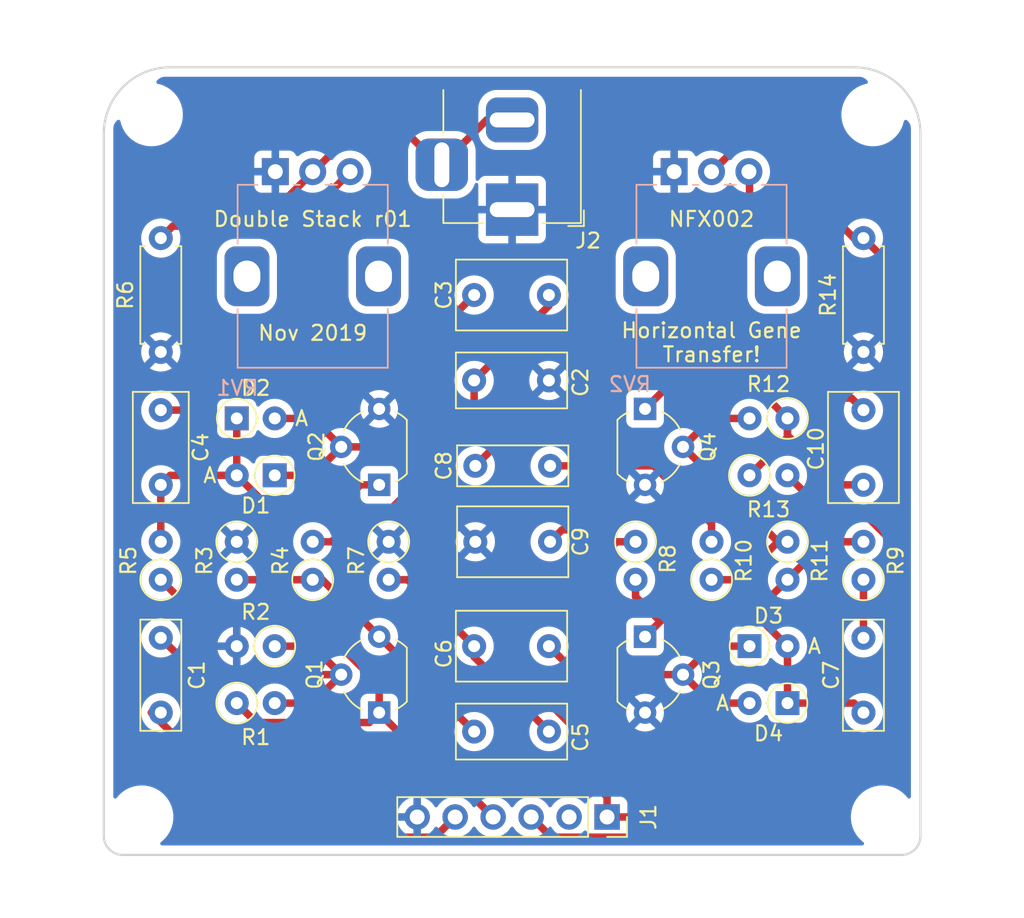
<source format=kicad_pcb>
(kicad_pcb (version 20211014) (generator pcbnew)
  (title_block (title "Double Stack") (date "2019-11-03") (rev "r01") (company "Nuclear Lighthouse Studios") (comment 1 "CC BY-NC-SA"))
  (layers (0 "F.Cu" signal) (31 "B.Cu" signal) (36 "B.SilkS" user "B.Silkscreen") (37 "F.SilkS" user "F.Silkscreen") (38 "B.Mask" user) (39 "F.Mask" user) (44 "Edge.Cuts" user))
  (net 0 "")
  (net 1 "GND")
  (net 2 "+9V")
  (net 3 "Input")
  (net 4 "Output")
  (net 5 "+9VA")
  (net 6 "Net-(C1-Pad1)")
  (net 7 "Net-(C2-Pad1)")
  (net 8 "Net-(C3-Pad1)")
  (net 9 "Net-(C4-Pad1)")
  (net 10 "BuffOut")
  (net 11 "Net-(C5-Pad1)")
  (net 12 "Net-(C6-Pad1)")
  (net 13 "Net-(C7-Pad1)")
  (net 14 "LOut")
  (net 15 "Net-(C8-Pad1)")
  (net 16 "Net-(C9-Pad1)")
  (net 17 "Net-(C10-Pad2)")
  (net 18 "Net-(C10-Pad1)")
  (net 20 "Net-(Q4-Pad2)")
  (net 21 "Net-(C4-Pad2)")
  (net 22 "Net-(C7-Pad2)")
  (footprint "Connector_PinSocket_2.54mm:PinSocket_1x06_P2.54mm_Vertical" (layer "F.Cu") (at 121.92 103.505 -90)
    (fp_text reference "J1" (at 0 -2.77 90) (layer "F.SilkS"))
    (fp_text value "Conn_01x06_Male")
    (fp_line (start 1.33 -1.33) (end 1.33 0) (layer "F.SilkS") (width 0.12))
    (fp_line (start -1.33 14.03) (end 1.33 14.03) (layer "F.SilkS") (width 0.12))
    (fp_line (start 0 -1.33) (end 1.33 -1.33) (layer "F.SilkS") (width 0.12))
    (fp_line (start -1.33 1.27) (end 1.33 1.27) (layer "F.SilkS") (width 0.12))
    (fp_line (start -1.33 1.27) (end -1.33 14.03) (layer "F.SilkS") (width 0.12))
    (fp_line (start 1.33 1.27) (end 1.33 14.03) (layer "F.SilkS") (width 0.12))
    (pad "1" thru_hole rect (at 0 0 270) (size 1.7 1.7) (drill 1) (layers *.Cu *.Mask) (net 5 "+9VA"))
    (pad "2" thru_hole oval (at 0 2.54 270) (size 1.7 1.7) (drill 1) (layers *.Cu *.Mask))
    (pad "3" thru_hole oval (at 0 5.08 270) (size 1.7 1.7) (drill 1) (layers *.Cu *.Mask) (net 4 "Output"))
    (pad "4" thru_hole oval (at 0 7.62 270) (size 1.7 1.7) (drill 1) (layers *.Cu *.Mask) (net 3 "Input"))
    (pad "5" thru_hole oval (at 0 10.16 270) (size 1.7 1.7) (drill 1) (layers *.Cu *.Mask) (net 2 "+9V"))
    (pad "6" thru_hole oval (at 0 12.7 270) (size 1.7 1.7) (drill 1) (layers *.Cu *.Mask) (net 1 "GND"))
  )
  (footprint "MountingHole:MountingHole_3.2mm_M3" (layer "F.Cu") (at 139.7 56.515)
    (fp_text reference "REF**" hide)
    (fp_text value "MountingHole_3.2mm_M3")
    (pad "" np_thru_hole circle locked (at 0 0) (size 3.2 3.2) (drill 3.2) (layers *.Cu *.Mask))
  )
  (footprint "MountingHole:MountingHole_3.2mm_M3" (layer "F.Cu") (at 91.44 56.515)
    (fp_text reference "REF**" hide)
    (fp_text value "MountingHole_3.2mm_M3")
    (pad "" np_thru_hole circle locked (at 0 0) (size 3.2 3.2) (drill 3.2) (layers *.Cu *.Mask))
  )
  (footprint "MountingHole:MountingHole_3.2mm_M3" (layer "F.Cu") (at 140.335 103.505)
    (fp_text reference "REF**" hide)
    (fp_text value "MountingHole_3.2mm_M3")
    (pad "" np_thru_hole circle locked (at 0 0) (size 3.2 3.2) (drill 3.2) (layers *.Cu *.Mask))
  )
  (footprint "MountingHole:MountingHole_3.2mm_M3" (layer "F.Cu") (at 90.805 103.505)
    (fp_text reference "REF**" hide)
    (fp_text value "MountingHole_3.2mm_M3")
    (pad "" np_thru_hole circle locked (at 0 0) (size 3.2 3.2) (drill 3.2) (layers *.Cu *.Mask))
  )
  (footprint "Capacitor_THT:C_Rect_L7.2mm_W2.5mm_P5.00mm_FKS2_FKP2_MKS2_MKP2" (layer "F.Cu") (at 92.075 91.52 -90)
    (fp_text reference "C1" (at 2.5 -2.413 90) (layer "F.SilkS"))
    (fp_text value "100n")
    (fp_line (start 6.22 -1.37) (end 6.22 1.37) (layer "F.SilkS") (width 0.12))
    (fp_line (start -1.22 -1.37) (end 6.22 -1.37) (layer "F.SilkS") (width 0.12))
    (fp_line (start -1.22 -1.37) (end -1.22 1.37) (layer "F.SilkS") (width 0.12))
    (fp_line (start -1.22 1.37) (end 6.22 1.37) (layer "F.SilkS") (width 0.12))
    (pad "1" thru_hole circle (at 0 0 270) (size 1.6 1.6) (drill 0.8) (layers *.Cu *.Mask) (net 6 "Net-(C1-Pad1)"))
    (pad "2" thru_hole circle (at 5 0 270) (size 1.6 1.6) (drill 0.8) (layers *.Cu *.Mask) (net 3 "Input"))
  )
  (footprint "Capacitor_THT:C_Rect_L7.2mm_W3.5mm_P5.00mm_FKS2_FKP2_MKS2_MKP2" (layer "F.Cu") (at 113.03 74.295)
    (fp_text reference "C2" (at 7.112 0.127 90) (layer "F.SilkS"))
    (fp_text value "470n")
    (fp_line (start -1.22 -1.87) (end 6.22 -1.87) (layer "F.SilkS") (width 0.12))
    (fp_line (start 6.22 -1.87) (end 6.22 1.87) (layer "F.SilkS") (width 0.12))
    (fp_line (start -1.22 -1.87) (end -1.22 1.87) (layer "F.SilkS") (width 0.12))
    (fp_line (start -1.22 1.87) (end 6.22 1.87) (layer "F.SilkS") (width 0.12))
    (pad "1" thru_hole circle (at 0 0) (size 1.6 1.6) (drill 0.8) (layers *.Cu *.Mask) (net 7 "Net-(C2-Pad1)"))
    (pad "2" thru_hole circle (at 5 0) (size 1.6 1.6) (drill 0.8) (layers *.Cu *.Mask) (net 1 "GND"))
  )
  (footprint "Capacitor_THT:C_Rect_L7.2mm_W4.5mm_P5.00mm_FKS2_FKP2_MKS2_MKP2" (layer "F.Cu") (at 113.03 68.58)
    (fp_text reference "C3" (at -2.032 0 90) (layer "F.SilkS"))
    (fp_text value "1µ")
    (fp_line (start -1.22 -2.37) (end -1.22 2.37) (layer "F.SilkS") (width 0.12))
    (fp_line (start 6.22 -2.37) (end 6.22 2.37) (layer "F.SilkS") (width 0.12))
    (fp_line (start -1.22 -2.37) (end 6.22 -2.37) (layer "F.SilkS") (width 0.12))
    (fp_line (start -1.22 2.37) (end 6.22 2.37) (layer "F.SilkS") (width 0.12))
    (pad "1" thru_hole circle (at 0 0) (size 1.6 1.6) (drill 0.8) (layers *.Cu *.Mask) (net 8 "Net-(C3-Pad1)"))
    (pad "2" thru_hole circle (at 5 0) (size 1.6 1.6) (drill 0.8) (layers *.Cu *.Mask) (net 7 "Net-(C2-Pad1)"))
  )
  (footprint "Capacitor_THT:C_Rect_L7.2mm_W3.5mm_P5.00mm_FKS2_FKP2_MKS2_MKP2" (layer "F.Cu") (at 92.075 76.28 -90)
    (fp_text reference "C4" (at 2.5 -2.667 90) (layer "F.SilkS"))
    (fp_text value "470n")
    (fp_line (start 6.22 -1.87) (end 6.22 1.87) (layer "F.SilkS") (width 0.12))
    (fp_line (start -1.22 -1.87) (end -1.22 1.87) (layer "F.SilkS") (width 0.12))
    (fp_line (start -1.22 -1.87) (end 6.22 -1.87) (layer "F.SilkS") (width 0.12))
    (fp_line (start -1.22 1.87) (end 6.22 1.87) (layer "F.SilkS") (width 0.12))
    (pad "1" thru_hole circle (at 0 0 270) (size 1.6 1.6) (drill 0.8) (layers *.Cu *.Mask) (net 9 "Net-(C4-Pad1)"))
    (pad "2" thru_hole circle (at 5 0 270) (size 1.6 1.6) (drill 0.8) (layers *.Cu *.Mask) (net 21 "Net-(C4-Pad2)"))
  )
  (footprint "Capacitor_THT:C_Rect_L7.2mm_W4.5mm_P5.00mm_FKS2_FKP2_MKS2_MKP2" (layer "F.Cu") (at 118.03 92.075 180)
    (fp_text reference "C6" (at 7.032 -0.508 90) (layer "F.SilkS"))
    (fp_text value "1µ")
    (fp_line (start -1.22 -2.37) (end -1.22 2.37) (layer "F.SilkS") (width 0.12))
    (fp_line (start 6.22 -2.37) (end 6.22 2.37) (layer "F.SilkS") (width 0.12))
    (fp_line (start -1.22 2.37) (end 6.22 2.37) (layer "F.SilkS") (width 0.12))
    (fp_line (start -1.22 -2.37) (end 6.22 -2.37) (layer "F.SilkS") (width 0.12))
    (pad "1" thru_hole circle (at 0 0 180) (size 1.6 1.6) (drill 0.8) (layers *.Cu *.Mask) (net 12 "Net-(C6-Pad1)"))
    (pad "2" thru_hole circle (at 5 0 180) (size 1.6 1.6) (drill 0.8) (layers *.Cu *.Mask) (net 11 "Net-(C5-Pad1)"))
  )
  (footprint "Capacitor_THT:C_Rect_L7.2mm_W2.5mm_P5.00mm_FKS2_FKP2_MKS2_MKP2" (layer "F.Cu") (at 139.065 91.52 -90)
    (fp_text reference "C7" (at 2.5 2.159 90) (layer "F.SilkS"))
    (fp_text value "100n")
    (fp_line (start -1.22 -1.37) (end -1.22 1.37) (layer "F.SilkS") (width 0.12))
    (fp_line (start -1.22 1.37) (end 6.22 1.37) (layer "F.SilkS") (width 0.12))
    (fp_line (start -1.22 -1.37) (end 6.22 -1.37) (layer "F.SilkS") (width 0.12))
    (fp_line (start 6.22 -1.37) (end 6.22 1.37) (layer "F.SilkS") (width 0.12))
    (pad "1" thru_hole circle (at 0 0 270) (size 1.6 1.6) (drill 0.8) (layers *.Cu *.Mask) (net 13 "Net-(C7-Pad1)"))
    (pad "2" thru_hole circle (at 5 0 270) (size 1.6 1.6) (drill 0.8) (layers *.Cu *.Mask) (net 22 "Net-(C7-Pad2)"))
  )
  (footprint "Capacitor_THT:C_Rect_L7.2mm_W4.5mm_P5.00mm_FKS2_FKP2_MKS2_MKP2" (layer "F.Cu") (at 118.11 85.09 180)
    (fp_text reference "C9" (at -2.032 0 270) (layer "F.SilkS"))
    (fp_text value "1n")
    (fp_line (start 6.22 -2.37) (end 6.22 2.37) (layer "F.SilkS") (width 0.12))
    (fp_line (start -1.22 2.37) (end 6.22 2.37) (layer "F.SilkS") (width 0.12))
    (fp_line (start -1.22 -2.37) (end -1.22 2.37) (layer "F.SilkS") (width 0.12))
    (fp_line (start -1.22 -2.37) (end 6.22 -2.37) (layer "F.SilkS") (width 0.12))
    (pad "1" thru_hole circle (at 0 0 180) (size 1.6 1.6) (drill 0.8) (layers *.Cu *.Mask) (net 16 "Net-(C9-Pad1)"))
    (pad "2" thru_hole circle (at 5 0 180) (size 1.6 1.6) (drill 0.8) (layers *.Cu *.Mask) (net 1 "GND"))
  )
  (footprint "Capacitor_THT:C_Rect_L7.2mm_W4.5mm_P5.00mm_FKS2_FKP2_MKS2_MKP2" (layer "F.Cu") (at 139.065 76.28 -90)
    (fp_text reference "C10" (at 2.587 3.175 90) (layer "F.SilkS"))
    (fp_text value "1µ")
    (fp_line (start -1.22 -2.37) (end -1.22 2.37) (layer "F.SilkS") (width 0.12))
    (fp_line (start -1.22 -2.37) (end 6.22 -2.37) (layer "F.SilkS") (width 0.12))
    (fp_line (start 6.22 -2.37) (end 6.22 2.37) (layer "F.SilkS") (width 0.12))
    (fp_line (start -1.22 2.37) (end 6.22 2.37) (layer "F.SilkS") (width 0.12))
    (pad "1" thru_hole circle (at 0 0 270) (size 1.6 1.6) (drill 0.8) (layers *.Cu *.Mask) (net 18 "Net-(C10-Pad1)"))
    (pad "2" thru_hole circle (at 5 0 270) (size 1.6 1.6) (drill 0.8) (layers *.Cu *.Mask) (net 17 "Net-(C10-Pad2)"))
  )
  (footprint "Diode_THT:D_DO-35_SOD27_P2.54mm_Vertical_AnodeUp" (layer "F.Cu") (at 97.155 76.835)
    (fp_text reference "D2" (at 1.27 -2.032) (layer "F.SilkS"))
    (fp_text value "1N4148")
    (fp_text user "A" (at 4.34 0) (layer "F.SilkS"))
    (fp_line (start 1.326371 0) (end 1.44 0) (layer "F.SilkS") (width 0.12))
    (fp_circle (center 0 0) (end 1.326371 0) (layer "F.SilkS") (width 0.12) (fill none))
    (pad "1" thru_hole rect (at 0 0) (size 1.6 1.6) (drill 0.8) (layers *.Cu *.Mask) (net 21 "Net-(C4-Pad2)"))
    (pad "2" thru_hole oval (at 2.54 0) (size 1.6 1.6) (drill 0.8) (layers *.Cu *.Mask) (net 8 "Net-(C3-Pad1)"))
  )
  (footprint "Diode_THT:D_DO-35_SOD27_P2.54mm_Vertical_AnodeUp" (layer "F.Cu") (at 131.445 92.075)
    (fp_text reference "D3" (at 1.27 -2.032) (layer "F.SilkS"))
    (fp_text value "1N4148")
    (fp_text user "A" (at 4.34 0) (layer "F.SilkS"))
    (fp_line (start 1.326371 0) (end 1.44 0) (layer "F.SilkS") (width 0.12))
    (fp_circle (center 0 0) (end 1.326371 0) (layer "F.SilkS") (width 0.12) (fill none))
    (pad "1" thru_hole rect (at 0 0) (size 1.6 1.6) (drill 0.8) (layers *.Cu *.Mask) (net 12 "Net-(C6-Pad1)"))
    (pad "2" thru_hole oval (at 2.54 0) (size 1.6 1.6) (drill 0.8) (layers *.Cu *.Mask) (net 22 "Net-(C7-Pad2)"))
  )
  (footprint "Diode_THT:D_DO-35_SOD27_P2.54mm_Vertical_AnodeUp" (layer "F.Cu") (at 133.985 95.885 180)
    (fp_text reference "D4" (at 1.27 -2.032) (layer "F.SilkS"))
    (fp_text value "1N4148")
    (fp_text user "A" (at 4.34 0) (layer "F.SilkS"))
    (fp_line (start 1.326371 0) (end 1.44 0) (layer "F.SilkS") (width 0.12))
    (fp_circle (center 0 0) (end 1.326371 0) (layer "F.SilkS") (width 0.12) (fill none))
    (pad "1" thru_hole rect (at 0 0 180) (size 1.6 1.6) (drill 0.8) (layers *.Cu *.Mask) (net 22 "Net-(C7-Pad2)"))
    (pad "2" thru_hole oval (at 2.54 0 180) (size 1.6 1.6) (drill 0.8) (layers *.Cu *.Mask) (net 12 "Net-(C6-Pad1)"))
  )
  (footprint "Package_TO_SOT_THT:TO-92_Wide" (layer "F.Cu") (at 106.68 81.28 90)
    (fp_text reference "Q2" (at 2.55 -4.19 90) (layer "F.SilkS"))
    (fp_text value "BC547")
    (fp_line (start 0.74 1.85) (end 4.34 1.85) (layer "F.SilkS") (width 0.12))
    (fp_arc (start 0.172801 -1.103842) (mid 0.678995 -1.832692) (end 1.4 -2.35) (layer "F.SilkS") (width 0.12))
    (fp_arc (start 0.74 1.85) (mid 0.446097 1.509328) (end 0.215816 1.122795) (layer "F.SilkS") (width 0.12))
    (fp_arc (start 4.864184 1.122795) (mid 4.633903 1.509328) (end 4.34 1.85) (layer "F.SilkS") (width 0.12))
    (fp_arc (start 3.65 -2.35) (mid 4.382279 -1.833196) (end 4.895458 -1.098371) (layer "F.SilkS") (width 0.12))
    (pad "1" thru_hole rect (at 0 0 90) (size 1.5 1.5) (drill 0.8) (layers *.Cu *.Mask) (net 21 "Net-(C4-Pad2)"))
    (pad "2" thru_hole circle (at 2.54 -2.54 90) (size 1.5 1.5) (drill 0.8) (layers *.Cu *.Mask) (net 8 "Net-(C3-Pad1)"))
    (pad "3" thru_hole circle (at 5.08 0 90) (size 1.5 1.5) (drill 0.8) (layers *.Cu *.Mask) (net 1 "GND"))
  )
  (footprint "Package_TO_SOT_THT:TO-92_Wide" (layer "F.Cu") (at 124.46 91.44 -90)
    (fp_text reference "Q3" (at 2.55 -4.445 90) (layer "F.SilkS"))
    (fp_text value "BC547")
    (fp_line (start 0.74 1.85) (end 4.34 1.85) (layer "F.SilkS") (width 0.12))
    (fp_arc (start 3.65 -2.35) (mid 4.382279 -1.833196) (end 4.895458 -1.098371) (layer "F.SilkS") (width 0.12))
    (fp_arc (start 0.74 1.85) (mid 0.446097 1.509328) (end 0.215816 1.122795) (layer "F.SilkS") (width 0.12))
    (fp_arc (start 4.864184 1.122795) (mid 4.633903 1.509328) (end 4.34 1.85) (layer "F.SilkS") (width 0.12))
    (fp_arc (start 0.172801 -1.103842) (mid 0.678995 -1.832692) (end 1.4 -2.35) (layer "F.SilkS") (width 0.12))
    (pad "1" thru_hole rect (at 0 0 270) (size 1.5 1.5) (drill 0.8) (layers *.Cu *.Mask) (net 22 "Net-(C7-Pad2)"))
    (pad "2" thru_hole circle (at 2.54 -2.54 270) (size 1.5 1.5) (drill 0.8) (layers *.Cu *.Mask) (net 12 "Net-(C6-Pad1)"))
    (pad "3" thru_hole circle (at 5.08 0 270) (size 1.5 1.5) (drill 0.8) (layers *.Cu *.Mask) (net 1 "GND"))
  )
  (footprint "Resistor_THT:R_Axial_DIN0207_L6.3mm_D2.5mm_P2.54mm_Vertical" (layer "F.Cu") (at 97.155 95.885)
    (fp_text reference "R1" (at 1.27 2.286) (layer "F.SilkS"))
    (fp_text value "1M")
    (fp_line (start 1.37 0) (end 1.44 0) (layer "F.SilkS") (width 0.12))
    (fp_circle (center 0 0) (end 1.37 0) (layer "F.SilkS") (width 0.12) (fill none))
    (pad "1" thru_hole circle (at 0 0) (size 1.6 1.6) (drill 0.8) (layers *.Cu *.Mask) (net 5 "+9VA"))
    (pad "2" thru_hole oval (at 2.54 0) (size 1.6 1.6) (drill 0.8) (layers *.Cu *.Mask) (net 6 "Net-(C1-Pad1)"))
  )
  (footprint "Resistor_THT:R_Axial_DIN0207_L6.3mm_D2.5mm_P2.54mm_Vertical" (layer "F.Cu") (at 99.695 92.075 180)
    (fp_text reference "R2" (at 1.27 2.286) (layer "F.SilkS"))
    (fp_text value "1M")
    (fp_line (start 1.37 0) (end 1.44 0) (layer "F.SilkS") (width 0.12))
    (fp_circle (center 0 0) (end 1.37 0) (layer "F.SilkS") (width 0.12) (fill none))
    (pad "1" thru_hole circle (at 0 0 180) (size 1.6 1.6) (drill 0.8) (layers *.Cu *.Mask) (net 6 "Net-(C1-Pad1)"))
    (pad "2" thru_hole oval (at 2.54 0 180) (size 1.6 1.6) (drill 0.8) (layers *.Cu *.Mask) (net 1 "GND"))
  )
  (footprint "Resistor_THT:R_Axial_DIN0207_L6.3mm_D2.5mm_P2.54mm_Vertical" (layer "F.Cu") (at 97.155 85.09 -90)
    (fp_text reference "R3" (at 1.27 2.159 90) (layer "F.SilkS"))
    (fp_text value "10k")
    (fp_line (start 1.37 0) (end 1.44 0) (layer "F.SilkS") (width 0.12))
    (fp_circle (center 0 0) (end 1.37 0) (layer "F.SilkS") (width 0.12) (fill none))
    (pad "1" thru_hole circle (at 0 0 270) (size 1.6 1.6) (drill 0.8) (layers *.Cu *.Mask) (net 1 "GND"))
    (pad "2" thru_hole oval (at 2.54 0 270) (size 1.6 1.6) (drill 0.8) (layers *.Cu *.Mask) (net 10 "BuffOut"))
  )
  (footprint "Resistor_THT:R_Axial_DIN0207_L6.3mm_D2.5mm_P2.54mm_Vertical" (layer "F.Cu") (at 102.235 87.63 90)
    (fp_text reference "R4" (at 1.27 -2.159 90) (layer "F.SilkS"))
    (fp_text value "4.7k")
    (fp_line (start 1.37 0) (end 1.44 0) (layer "F.SilkS") (width 0.12))
    (fp_circle (center 0 0) (end 1.37 0) (layer "F.SilkS") (width 0.12) (fill none))
    (pad "1" thru_hole circle (at 0 0 90) (size 1.6 1.6) (drill 0.8) (layers *.Cu *.Mask) (net 10 "BuffOut"))
    (pad "2" thru_hole oval (at 2.54 0 90) (size 1.6 1.6) (drill 0.8) (layers *.Cu *.Mask) (net 7 "Net-(C2-Pad1)"))
  )
  (footprint "Resistor_THT:R_Axial_DIN0207_L6.3mm_D2.5mm_P2.54mm_Vertical" (layer "F.Cu") (at 133.985 76.835 180)
    (fp_text reference "R12" (at 1.27 2.286) (layer "F.SilkS"))
    (fp_text value "1M")
    (fp_line (start 1.37 0) (end 1.44 0) (layer "F.SilkS") (width 0.12))
    (fp_circle (center 0 0) (end 1.37 0) (layer "F.SilkS") (width 0.12) (fill none))
    (pad "1" thru_hole circle (at 0 0 180) (size 1.6 1.6) (drill 0.8) (layers *.Cu *.Mask) (net 17 "Net-(C10-Pad2)"))
    (pad "2" thru_hole oval (at 2.54 0 180) (size 1.6 1.6) (drill 0.8) (layers *.Cu *.Mask) (net 20 "Net-(Q4-Pad2)"))
  )
  (footprint "Capacitor_THT:C_Rect_L7.2mm_W3.5mm_P5.00mm_FKS2_FKP2_MKS2_MKP2" (layer "F.Cu") (at 118.03 97.79 180)
    (fp_text reference "C5" (at -2.112 -0.381 90) (layer "F.SilkS"))
    (fp_text value "470n")
    (fp_line (start -1.22 1.87) (end 6.22 1.87) (layer "F.SilkS") (width 0.12))
    (fp_line (start -1.22 -1.87) (end -1.22 1.87) (layer "F.SilkS") (width 0.12))
    (fp_line (start 6.22 -1.87) (end 6.22 1.87) (layer "F.SilkS") (width 0.12))
    (fp_line (start -1.22 -1.87) (end 6.22 -1.87) (layer "F.SilkS") (width 0.12))
    (pad "1" thru_hole circle (at 0 0 180) (size 1.6 1.6) (drill 0.8) (layers *.Cu *.Mask) (net 11 "Net-(C5-Pad1)"))
    (pad "2" thru_hole circle (at 5 0 180) (size 1.6 1.6) (drill 0.8) (layers *.Cu *.Mask) (net 10 "BuffOut"))
  )
  (footprint "Package_TO_SOT_THT:TO-92_Wide" (layer "F.Cu") (at 106.68 96.52 90)
    (fp_text reference "Q1" (at 2.55 -4.318 90) (layer "F.SilkS"))
    (fp_text value "BC547")
    (fp_line (start 0.74 1.85) (end 4.34 1.85) (layer "F.SilkS") (width 0.12))
    (fp_arc (start 0.74 1.85) (mid 0.446097 1.509328) (end 0.215816 1.122795) (layer "F.SilkS") (width 0.12))
    (fp_arc (start 4.864184 1.122795) (mid 4.633903 1.509328) (end 4.34 1.85) (layer "F.SilkS") (width 0.12))
    (fp_arc (start 0.172801 -1.103842) (mid 0.678995 -1.832692) (end 1.4 -2.35) (layer "F.SilkS") (width 0.12))
    (fp_arc (start 3.65 -2.35) (mid 4.382279 -1.833196) (end 4.895458 -1.098371) (layer "F.SilkS") (width 0.12))
    (pad "1" thru_hole rect (at 0 0 90) (size 1.5 1.5) (drill 0.8) (layers *.Cu *.Mask) (net 5 "+9VA"))
    (pad "2" thru_hole circle (at 2.54 -2.54 90) (size 1.5 1.5) (drill 0.8) (layers *.Cu *.Mask) (net 6 "Net-(C1-Pad1)"))
    (pad "3" thru_hole circle (at 5.08 0 90) (size 1.5 1.5) (drill 0.8) (layers *.Cu *.Mask) (net 10 "BuffOut"))
  )
  (footprint "Capacitor_THT:C_Rect_L7.2mm_W2.5mm_P5.00mm_FKS2_FKP2_MKS2_MKP2" (layer "F.Cu") (at 118.11 80.01 180)
    (fp_text reference "C8" (at 7.112 0 90) (layer "F.SilkS"))
    (fp_text value "100n")
    (fp_line (start -1.22 -1.37) (end 6.22 -1.37) (layer "F.SilkS") (width 0.12))
    (fp_line (start -1.22 -1.37) (end -1.22 1.37) (layer "F.SilkS") (width 0.12))
    (fp_line (start 6.22 -1.37) (end 6.22 1.37) (layer "F.SilkS") (width 0.12))
    (fp_line (start -1.22 1.37) (end 6.22 1.37) (layer "F.SilkS") (width 0.12))
    (pad "1" thru_hole circle (at 0 0 180) (size 1.6 1.6) (drill 0.8) (layers *.Cu *.Mask) (net 15 "Net-(C8-Pad1)"))
    (pad "2" thru_hole circle (at 5 0 180) (size 1.6 1.6) (drill 0.8) (layers *.Cu *.Mask) (net 14 "LOut"))
  )
  (footprint "Resistor_THT:R_Axial_DIN0207_L6.3mm_D2.5mm_P2.54mm_Vertical" (layer "F.Cu") (at 133.985 85.09 -90)
    (fp_text reference "R11" (at 1.27 -2.159 90) (layer "F.SilkS"))
    (fp_text value "1M")
    (fp_line (start 1.37 0) (end 1.44 0) (layer "F.SilkS") (width 0.12))
    (fp_circle (center 0 0) (end 1.37 0) (layer "F.SilkS") (width 0.12) (fill none))
    (pad "1" thru_hole circle (at 0 0 270) (size 1.6 1.6) (drill 0.8) (layers *.Cu *.Mask) (net 20 "Net-(Q4-Pad2)"))
    (pad "2" thru_hole oval (at 2.54 0 270) (size 1.6 1.6) (drill 0.8) (layers *.Cu *.Mask) (net 16 "Net-(C9-Pad1)"))
  )
  (footprint "Resistor_THT:R_Axial_DIN0207_L6.3mm_D2.5mm_P2.54mm_Vertical" (layer "F.Cu") (at 128.905 87.63 90)
    (fp_text reference "R10" (at 1.27 2.159 90) (layer "F.SilkS"))
    (fp_text value "390k")
    (fp_line (start 1.37 0) (end 1.44 0) (layer "F.SilkS") (width 0.12))
    (fp_circle (center 0 0) (end 1.37 0) (layer "F.SilkS") (width 0.12) (fill none))
    (pad "1" thru_hole circle (at 0 0 90) (size 1.6 1.6) (drill 0.8) (layers *.Cu *.Mask) (net 20 "Net-(Q4-Pad2)"))
    (pad "2" thru_hole oval (at 2.54 0 90) (size 1.6 1.6) (drill 0.8) (layers *.Cu *.Mask) (net 15 "Net-(C8-Pad1)"))
  )
  (footprint "Resistor_THT:R_Axial_DIN0207_L6.3mm_D2.5mm_P2.54mm_Vertical" (layer "F.Cu") (at 107.315 85.09 -90)
    (fp_text reference "R7" (at 1.27 2.159 90) (layer "F.SilkS"))
    (fp_text value "10k")
    (fp_line (start 1.37 0) (end 1.44 0) (layer "F.SilkS") (width 0.12))
    (fp_circle (center 0 0) (end 1.37 0) (layer "F.SilkS") (width 0.12) (fill none))
    (pad "1" thru_hole circle (at 0 0 270) (size 1.6 1.6) (drill 0.8) (layers *.Cu *.Mask) (net 1 "GND"))
    (pad "2" thru_hole oval (at 2.54 0 270) (size 1.6 1.6) (drill 0.8) (layers *.Cu *.Mask) (net 11 "Net-(C5-Pad1)"))
  )
  (footprint "Resistor_THT:R_Axial_DIN0207_L6.3mm_D2.5mm_P2.54mm_Vertical" (layer "F.Cu") (at 92.075 87.63 90)
    (fp_text reference "R5" (at 1.27 -2.159 90) (layer "F.SilkS"))
    (fp_text value "100k")
    (fp_line (start 1.37 0) (end 1.44 0) (layer "F.SilkS") (width 0.12))
    (fp_circle (center 0 0) (end 1.37 0) (layer "F.SilkS") (width 0.12) (fill none))
    (pad "1" thru_hole circle (at 0 0 90) (size 1.6 1.6) (drill 0.8) (layers *.Cu *.Mask) (net 5 "+9VA"))
    (pad "2" thru_hole oval (at 2.54 0 90) (size 1.6 1.6) (drill 0.8) (layers *.Cu *.Mask) (net 21 "Net-(C4-Pad2)"))
  )
  (footprint "Resistor_THT:R_Axial_DIN0207_L6.3mm_D2.5mm_P2.54mm_Vertical" (layer "F.Cu") (at 131.445 80.645)
    (fp_text reference "R13" (at 1.27 2.286) (layer "F.SilkS"))
    (fp_text value "10k")
    (fp_line (start 1.37 0) (end 1.44 0) (layer "F.SilkS") (width 0.12))
    (fp_circle (center 0 0) (end 1.37 0) (layer "F.SilkS") (width 0.12) (fill none))
    (pad "1" thru_hole circle (at 0 0) (size 1.6 1.6) (drill 0.8) (layers *.Cu *.Mask) (net 17 "Net-(C10-Pad2)"))
    (pad "2" thru_hole oval (at 2.54 0) (size 1.6 1.6) (drill 0.8) (layers *.Cu *.Mask) (net 5 "+9VA"))
  )
  (footprint "Resistor_THT:R_Axial_DIN0207_L6.3mm_D2.5mm_P2.54mm_Vertical" (layer "F.Cu") (at 139.065 87.63 90)
    (fp_text reference "R9" (at 1.27 2.159 90) (layer "F.SilkS"))
    (fp_text value "10k")
    (fp_line (start 1.37 0) (end 1.44 0) (layer "F.SilkS") (width 0.12))
    (fp_circle (center 0 0) (end 1.37 0) (layer "F.SilkS") (width 0.12) (fill none))
    (pad "1" thru_hole circle (at 0 0 90) (size 1.6 1.6) (drill 0.8) (layers *.Cu *.Mask) (net 13 "Net-(C7-Pad1)"))
    (pad "2" thru_hole oval (at 2.54 0 90) (size 1.6 1.6) (drill 0.8) (layers *.Cu *.Mask) (net 16 "Net-(C9-Pad1)"))
  )
  (footprint "Resistor_THT:R_Axial_DIN0207_L6.3mm_D2.5mm_P2.54mm_Vertical" (layer "F.Cu") (at 123.825 85.09 -90)
    (fp_text reference "R8" (at 1.143 -2.159 90) (layer "F.SilkS"))
    (fp_text value "100k")
    (fp_line (start 1.37 0) (end 1.44 0) (layer "F.SilkS") (width 0.12))
    (fp_circle (center 0 0) (end 1.37 0) (layer "F.SilkS") (width 0.12) (fill none))
    (pad "1" thru_hole circle (at 0 0 270) (size 1.6 1.6) (drill 0.8) (layers *.Cu *.Mask) (net 5 "+9VA"))
    (pad "2" thru_hole oval (at 2.54 0 270) (size 1.6 1.6) (drill 0.8) (layers *.Cu *.Mask) (net 22 "Net-(C7-Pad2)"))
  )
  (footprint "Package_TO_SOT_THT:TO-92_Wide" (layer "F.Cu") (at 124.46 76.2 -90)
    (fp_text reference "Q4" (at 2.55 -4.19 90) (layer "F.SilkS"))
    (fp_text value "BC547")
    (fp_line (start 0.74 1.85) (end 4.34 1.85) (layer "F.SilkS") (width 0.12))
    (fp_arc (start 0.74 1.85) (mid 0.446097 1.509328) (end 0.215816 1.122795) (layer "F.SilkS") (width 0.12))
    (fp_arc (start 3.65 -2.35) (mid 4.382279 -1.833196) (end 4.895458 -1.098371) (layer "F.SilkS") (width 0.12))
    (fp_arc (start 0.172801 -1.103842) (mid 0.678995 -1.832692) (end 1.4 -2.35) (layer "F.SilkS") (width 0.12))
    (fp_arc (start 4.864184 1.122795) (mid 4.633903 1.509328) (end 4.34 1.85) (layer "F.SilkS") (width 0.12))
    (pad "1" thru_hole rect (at 0 0 270) (size 1.5 1.5) (drill 0.8) (layers *.Cu *.Mask) (net 17 "Net-(C10-Pad2)"))
    (pad "2" thru_hole circle (at 2.54 -2.54 270) (size 1.5 1.5) (drill 0.8) (layers *.Cu *.Mask) (net 20 "Net-(Q4-Pad2)"))
    (pad "3" thru_hole circle (at 5.08 0 270) (size 1.5 1.5) (drill 0.8) (layers *.Cu *.Mask) (net 1 "GND"))
  )
  (footprint "Diode_THT:D_DO-35_SOD27_P2.54mm_Vertical_AnodeUp" (layer "F.Cu") (at 99.695 80.645 180)
    (fp_text reference "D1" (at 1.27 -2.032) (layer "F.SilkS"))
    (fp_text value "1N4148")
    (fp_text user "A" (at 4.34 0) (layer "F.SilkS"))
    (fp_line (start 1.326371 0) (end 1.44 0) (layer "F.SilkS") (width 0.12))
    (fp_circle (center 0 0) (end 1.326371 0) (layer "F.SilkS") (width 0.12) (fill none))
    (pad "1" thru_hole rect (at 0 0 180) (size 1.6 1.6) (drill 0.8) (layers *.Cu *.Mask) (net 8 "Net-(C3-Pad1)"))
    (pad "2" thru_hole oval (at 2.54 0 180) (size 1.6 1.6) (drill 0.8) (layers *.Cu *.Mask) (net 21 "Net-(C4-Pad2)"))
  )
  (footprint "NLS:BarrelJack_Horizontal_Short" (layer "F.Cu") (at 115.57 62.865 -90)
    (fp_text reference "J2" (at 2.08 -5.08 180) (layer "F.SilkS"))
    (fp_text value "Barrel_Jack_Switch")
    (fp_line (start 0.9 -4.6) (end 0.9 -2) (layer "F.SilkS") (width 0.12))
    (fp_line (start 0.9 4.6) (end -1 4.6) (layer "F.SilkS") (width 0.12))
    (fp_line (start 0.9 1.9) (end 0.9 4.6) (layer "F.SilkS") (width 0.12))
    (fp_line (start -8 -4.6) (end 0.9 -4.6) (layer "F.SilkS") (width 0.12))
    (fp_line (start -5 4.6) (end -8 4.6) (layer "F.SilkS") (width 0.12))
    (fp_line (start 1.1 -3.75) (end 1.1 -4.8) (layer "F.SilkS") (width 0.12))
    (fp_line (start 0.05 -4.8) (end 1.1 -4.8) (layer "F.SilkS") (width 0.12))
    (pad "1" thru_hole rect locked (at 0 0 270) (size 3.5 3.5) (drill oval 1 3) (layers *.Cu *.Mask) (net 1 "GND"))
    (pad "2" thru_hole roundrect locked (at -6 0 270) (size 3 3.5) (drill oval 1 3) (layers *.Cu *.Mask) (net 2 "+9V"))
    (pad "3" thru_hole roundrect locked (at -3 4.7 270) (size 3.5 3.5) (drill oval 3 1) (layers *.Cu *.Mask) (net 2 "+9V"))
  )
  (footprint "Resistor_THT:R_Axial_DIN0207_L6.3mm_D2.5mm_P7.62mm_Horizontal" (layer "F.Cu") (at 139.065 72.39 90)
    (fp_text reference "R14" (at 3.81 -2.37 90) (layer "F.SilkS"))
    (fp_text value "39k")
    (fp_line (start 7.08 1.37) (end 7.08 1.04) (layer "F.SilkS") (width 0.12))
    (fp_line (start 7.08 -1.37) (end 7.08 -1.04) (layer "F.SilkS") (width 0.12))
    (fp_line (start 0.54 -1.04) (end 0.54 -1.37) (layer "F.SilkS") (width 0.12))
    (fp_line (start 0.54 1.04) (end 0.54 1.37) (layer "F.SilkS") (width 0.12))
    (fp_line (start 0.54 -1.37) (end 7.08 -1.37) (layer "F.SilkS") (width 0.12))
    (fp_line (start 0.54 1.37) (end 7.08 1.37) (layer "F.SilkS") (width 0.12))
    (pad "1" thru_hole circle (at 0 0 90) (size 1.6 1.6) (drill 0.8) (layers *.Cu *.Mask) (net 1 "GND"))
    (pad "2" thru_hole oval (at 7.62 0 90) (size 1.6 1.6) (drill 0.8) (layers *.Cu *.Mask) (net 4 "Output"))
  )
  (footprint "Resistor_THT:R_Axial_DIN0207_L6.3mm_D2.5mm_P7.62mm_Horizontal" (layer "F.Cu") (at 92.075 72.39 90)
    (fp_text reference "R6" (at 3.81 -2.37 90) (layer "F.SilkS"))
    (fp_text value "39k")
    (fp_line (start 0.54 -1.37) (end 7.08 -1.37) (layer "F.SilkS") (width 0.12))
    (fp_line (start 7.08 -1.37) (end 7.08 -1.04) (layer "F.SilkS") (width 0.12))
    (fp_line (start 0.54 1.37) (end 7.08 1.37) (layer "F.SilkS") (width 0.12))
    (fp_line (start 7.08 1.37) (end 7.08 1.04) (layer "F.SilkS") (width 0.12))
    (fp_line (start 0.54 1.04) (end 0.54 1.37) (layer "F.SilkS") (width 0.12))
    (fp_line (start 0.54 -1.04) (end 0.54 -1.37) (layer "F.SilkS") (width 0.12))
    (pad "1" thru_hole circle (at 0 0 90) (size 1.6 1.6) (drill 0.8) (layers *.Cu *.Mask) (net 1 "GND"))
    (pad "2" thru_hole oval (at 7.62 0 90) (size 1.6 1.6) (drill 0.8) (layers *.Cu *.Mask) (net 14 "LOut"))
  )
  (footprint "Potentiometer_THT:Potentiometer_Alps_RK09K_Single_Vertical" (layer "B.Cu") (at 99.735 60.325 -90)
    (fp_text reference "RV1" (at 14.478 2.54 180) (layer "B.SilkS") (effects (justify mirror)))
    (fp_text value "100k")
    (fp_line (start 0.88 2.521) (end 4.817 2.521) (layer "B.SilkS") (width 0.12))
    (fp_line (start 0.88 -7.52) (end 4.817 -7.52) (layer "B.SilkS") (width 0.12))
    (fp_line (start 9.184 2.521) (end 13.12 2.521) (layer "B.SilkS") (width 0.12))
    (fp_line (start 0.88 -1.25) (end 0.88 -1.63) (layer "B.SilkS") (width 0.12))
    (fp_line (start 13.12 2.521) (end 13.12 -7.52) (layer "B.SilkS") (width 0.12))
    (fp_line (start 9.184 -7.52) (end 13.12 -7.52) (layer "B.SilkS") (width 0.12))
    (fp_line (start 0.88 -3.371) (end 0.88 -4.13) (layer "B.SilkS") (width 0.12))
    (fp_line (start 0.88 2.521) (end 0.88 1.2) (layer "B.SilkS") (width 0.12))
    (fp_line (start 0.88 -5.87) (end 0.88 -7.52) (layer "B.SilkS") (width 0.12))
    (pad "1" thru_hole rect (at 0 0 270) (size 1.8 1.8) (drill 1) (layers *.Cu *.Mask) (net 1 "GND"))
    (pad "2" thru_hole circle (at 0 -2.5 270) (size 1.8 1.8) (drill 1) (layers *.Cu *.Mask) (net 14 "LOut"))
    (pad "3" thru_hole circle (at 0 -5 270) (size 1.8 1.8) (drill 1) (layers *.Cu *.Mask) (net 9 "Net-(C4-Pad1)"))
    (pad "MP" thru_hole roundrect (at 7 1.9 270) (size 4 3) (drill oval 2.1 1.8) (layers *.Cu *.Mask))
    (pad "MP" thru_hole roundrect (at 7 -6.9 270) (size 4 3) (drill oval 2.1 1.8) (layers *.Cu *.Mask))
  )
  (footprint "Potentiometer_THT:Potentiometer_Alps_RK09K_Single_Vertical" (layer "B.Cu") (at 126.405 60.325 -90)
    (fp_text reference "RV2" (at 14.224 2.961 180) (layer "B.SilkS") (effects (justify mirror)))
    (fp_text value "100k")
    (fp_line (start 0.88 2.521) (end 0.88 1.2) (layer "B.SilkS") (width 0.12))
    (fp_line (start 0.88 -1.25) (end 0.88 -1.63) (layer "B.SilkS") (width 0.12))
    (fp_line (start 0.88 -7.52) (end 4.817 -7.52) (layer "B.SilkS") (width 0.12))
    (fp_line (start 0.88 -5.87) (end 0.88 -7.52) (layer "B.SilkS") (width 0.12))
    (fp_line (start 9.184 -7.52) (end 13.12 -7.52) (layer "B.SilkS") (width 0.12))
    (fp_line (start 0.88 -3.371) (end 0.88 -4.13) (layer "B.SilkS") (width 0.12))
    (fp_line (start 13.12 2.521) (end 13.12 -7.52) (layer "B.SilkS") (width 0.12))
    (fp_line (start 9.184 2.521) (end 13.12 2.521) (layer "B.SilkS") (width 0.12))
    (fp_line (start 0.88 2.521) (end 4.817 2.521) (layer "B.SilkS") (width 0.12))
    (pad "1" thru_hole rect (at 0 0 270) (size 1.8 1.8) (drill 1) (layers *.Cu *.Mask) (net 1 "GND"))
    (pad "2" thru_hole circle (at 0 -2.5 270) (size 1.8 1.8) (drill 1) (layers *.Cu *.Mask) (net 4 "Output"))
    (pad "3" thru_hole circle (at 0 -5 270) (size 1.8 1.8) (drill 1) (layers *.Cu *.Mask) (net 18 "Net-(C10-Pad1)"))
    (pad "MP" thru_hole roundrect (at 7 -6.9 270) (size 4 3) (drill oval 2.1 1.8) (layers *.Cu *.Mask))
    (pad "MP" thru_hole roundrect (at 7 1.9 270) (size 4 3) (drill oval 2.1 1.8) (layers *.Cu *.Mask))
  )
  (gr_arc (start 89.535 106.045) (mid 88.636974 105.673026) (end 88.265 104.775) (layer "Edge.Cuts") (width 0.15))
  (gr_arc (start 142.875 104.775) (mid 142.503026 105.673026) (end 141.605 106.045) (layer "Edge.Cuts") (width 0.15))
  (gr_line (start 142.875 57.785) (end 142.875 104.775) (layer "Edge.Cuts") (width 0.15))
  (gr_arc (start 88.265 57.785) (mid 89.56691 54.64191) (end 92.71 53.34) (layer "Edge.Cuts") (width 0.15))
  (gr_line (start 141.605 106.045) (end 89.535 106.045) (layer "Edge.Cuts") (width 0.15))
  (gr_line (start 88.265 104.775) (end 88.265 57.785) (layer "Edge.Cuts") (width 0.15))
  (gr_arc (start 138.43 53.34) (mid 141.57309 54.64191) (end 142.875 57.785) (layer "Edge.Cuts") (width 0.15))
  (gr_line (start 92.71 53.34) (end 138.43 53.34) (layer "Edge.Cuts") (width 0.15))
  (gr_text "Horizontal Gene\nTransfer!" (at 128.905 71.755) (layer "F.SilkS") (effects (font (size 1 1))))
  (gr_text "NFX002" (at 128.905 63.5) (layer "F.SilkS") (effects (font (size 1 1))))
  (gr_text "Double Stack r01" (at 102.235 63.5) (layer "F.SilkS") (effects (font (size 1 1))))
  (gr_text "Nov 2019" (at 102.235 71.12) (layer "F.SilkS") (effects (font (size 1 1))))
  (segment (start 90.17 97.164501) (end 97.8605 104.855001) (width 0.5) (layer "F.Cu") (net 2))
  (segment (start 107.95 57.15) (end 97.155 57.15) (width 0.5) (layer "F.Cu") (net 2))
  (segment (start 110.87 59.865) (end 110.665 59.865) (width 0.5) (layer "F.Cu") (net 2))
  (segment (start 110.87 59.865) (end 113.87 56.865) (width 0.5) (layer "F.Cu") (net 2))
  (segment (start 113.87 56.865) (end 115.57 56.865) (width 0.5) (layer "F.Cu") (net 2))
  (segment (start 90.17 64.135) (end 90.17 97.164501) (width 0.5) (layer "F.Cu") (net 2))
  (segment (start 97.8605 104.855001) (end 110.409999 104.855001) (width 0.5) (layer "F.Cu") (net 2))
  (segment (start 110.665 59.865) (end 107.95 57.15) (width 0.5) (layer "F.Cu") (net 2))
  (segment (start 110.409999 104.855001) (end 111.76 103.505) (width 0.5) (layer "F.Cu") (net 2))
  (segment (start 97.155 57.15) (end 90.17 64.135) (width 0.5) (layer "F.Cu") (net 2))
  (segment (start 112.395 101.6) (end 96.52 101.6) (width 0.5) (layer "F.Cu") (net 3))
  (segment (start 92.239999 97.319999) (end 91.44 96.52) (width 0.5) (layer "F.Cu") (net 3))
  (segment (start 96.52 101.6) (end 92.239999 97.319999) (width 0.5) (layer "F.Cu") (net 3))
  (segment (start 114.3 103.505) (end 112.395 101.6) (width 0.5) (layer "F.Cu") (net 3))
  (segment (start 141.720011 67.425011) (end 139.065 64.77) (width 0.5) (layer "F.Cu") (net 4))
  (segment (start 134.539999 104.855001) (end 141.720011 97.674989) (width 0.5) (layer "F.Cu") (net 4))
  (segment (start 128.945 60.325) (end 130.79001 58.47999) (width 0.5) (layer "F.Cu") (net 4))
  (segment (start 132.13999 58.47999) (end 138.43 64.77) (width 0.5) (layer "F.Cu") (net 4))
  (segment (start 138.43 64.77) (end 139.065 64.77) (width 0.5) (layer "F.Cu") (net 4))
  (segment (start 130.79001 58.47999) (end 132.13999 58.47999) (width 0.5) (layer "F.Cu") (net 4))
  (segment (start 116.84 103.505) (end 118.190001 104.855001) (width 0.5) (layer "F.Cu") (net 4))
  (segment (start 141.720011 97.674989) (end 141.720011 67.425011) (width 0.5) (layer "F.Cu") (net 4))
  (segment (start 118.190001 104.855001) (end 134.539999 104.855001) (width 0.5) (layer "F.Cu") (net 4))
  (segment (start 140.97 97.164501) (end 134.629501 103.505) (width 0.5) (layer "F.Cu") (net 5))
  (segment (start 123.27 103.505) (end 121.92 103.505) (width 0.5) (layer "F.Cu") (net 5))
  (segment (start 121.92 102.155) (end 120.614991 100.849991) (width 0.5) (layer "F.Cu") (net 5))
  (segment (start 133.985 80.645) (end 136.525 83.185) (width 0.5) (layer "F.Cu") (net 5))
  (segment (start 106.014999 97.185001) (end 106.68 96.52) (width 0.5) (layer "F.Cu") (net 5))
  (segment (start 123.825 85.09) (end 122.555 85.09) (width 0.5) (layer "F.Cu") (net 5))
  (segment (start 101.545002 89.535) (end 93.98 89.535) (width 0.5) (layer "F.Cu") (net 5))
  (segment (start 98.455001 97.185001) (end 106.014999 97.185001) (width 0.5) (layer "F.Cu") (net 5))
  (segment (start 136.525 83.185) (end 139.084002 83.185) (width 0.5) (layer "F.Cu") (net 5))
  (segment (start 106.68 94.669998) (end 101.545002 89.535) (width 0.5) (layer "F.Cu") (net 5))
  (segment (start 110.999991 100.849991) (end 106.68 96.53) (width 0.5) (layer "F.Cu") (net 5))
  (segment (start 116.205 94.040998) (end 121.92 99.755998) (width 0.5) (layer "F.Cu") (net 5))
  (segment (start 106.68 96.52) (end 106.68 94.669998) (width 0.5) (layer "F.Cu") (net 5))
  (segment (start 139.084002 83.185) (end 140.97 85.070998) (width 0.5) (layer "F.Cu") (net 5))
  (segment (start 121.92 99.755998) (end 121.92 102.155) (width 0.5) (layer "F.Cu") (net 5))
  (segment (start 97.155 95.885) (end 98.455001 97.185001) (width 0.5) (layer "F.Cu") (net 5))
  (segment (start 92.874999 88.429999) (end 92.075 87.63) (width 0.5) (layer "F.Cu") (net 5))
  (segment (start 134.629501 103.505) (end 123.27 103.505) (width 0.5) (layer "F.Cu") (net 5))
  (segment (start 116.205 91.44) (end 116.205 94.040998) (width 0.5) (layer "F.Cu") (net 5))
  (segment (start 140.97 85.070998) (end 140.97 97.164501) (width 0.5) (layer "F.Cu") (net 5))
  (segment (start 93.98 89.535) (end 92.874999 88.429999) (width 0.5) (layer "F.Cu") (net 5))
  (segment (start 106.68 96.53) (end 106.68 96.52) (width 0.5) (layer "F.Cu") (net 5))
  (segment (start 120.614991 100.849991) (end 110.999991 100.849991) (width 0.5) (layer "F.Cu") (net 5))
  (segment (start 122.555 85.09) (end 116.205 91.44) (width 0.5) (layer "F.Cu") (net 5))
  (segment (start 121.92 102.155) (end 121.92 103.505) (width 0.5) (layer "F.Cu") (net 5))
  (segment (start 102.235 95.885) (end 104.14 93.98) (width 0.5) (layer "F.Cu") (net 6))
  (segment (start 99.695 95.885) (end 102.235 95.885) (width 0.5) (layer "F.Cu") (net 6))
  (segment (start 99.695 92.075) (end 102.235 92.075) (width 0.5) (layer "F.Cu") (net 6))
  (segment (start 102.235 92.075) (end 104.14 93.98) (width 0.5) (layer "F.Cu") (net 6))
  (segment (start 94.535 93.98) (end 104.14 93.98) (width 0.5) (layer "F.Cu") (net 6))
  (segment (start 92.075 91.52) (end 94.535 93.98) (width 0.5) (layer "F.Cu") (net 6))
  (segment (start 105.41 83.185) (end 107.175002 83.185) (width 0.5) (layer "F.Cu") (net 7))
  (segment (start 113.03 74.295) (end 118.03 69.295) (width 0.5) (layer "F.Cu") (net 7))
  (segment (start 107.175002 83.185) (end 113.03 77.330002) (width 0.5) (layer "F.Cu") (net 7))
  (segment (start 113.03 77.330002) (end 113.03 75.42637) (width 0.5) (layer "F.Cu") (net 7))
  (segment (start 103.505 85.09) (end 105.41 83.185) (width 0.5) (layer "F.Cu") (net 7))
  (segment (start 113.03 75.42637) (end 113.03 74.295) (width 0.5) (layer "F.Cu") (net 7))
  (segment (start 118.03 69.295) (end 118.03 68.58) (width 0.5) (layer "F.Cu") (net 7))
  (segment (start 102.235 85.09) (end 103.505 85.09) (width 0.5) (layer "F.Cu") (net 7))
  (segment (start 102.235 80.645) (end 104.14 78.74) (width 0.5) (layer "F.Cu") (net 8))
  (segment (start 99.695 76.835) (end 102.235 76.835) (width 0.5) (layer "F.Cu") (net 8))
  (segment (start 99.695 80.645) (end 102.235 80.645) (width 0.5) (layer "F.Cu") (net 8))
  (segment (start 102.235 76.835) (end 104.14 78.74) (width 0.5) (layer "F.Cu") (net 8))
  (segment (start 106.68 78.74) (end 110.49 74.93) (width 0.5) (layer "F.Cu") (net 8))
  (segment (start 110.49 71.12) (end 113.03 68.58) (width 0.5) (layer "F.Cu") (net 8))
  (segment (start 104.14 78.74) (end 106.68 78.74) (width 0.5) (layer "F.Cu") (net 8))
  (segment (start 110.49 74.93) (end 110.49 71.12) (width 0.5) (layer "F.Cu") (net 8))
  (segment (start 102.235 62.865) (end 103.875001 61.224999) (width 0.5) (layer "F.Cu") (net 9))
  (segment (start 93.9 76.28) (end 102.235 67.945) (width 0.5) (layer "F.Cu") (net 9))
  (segment (start 103.875001 61.224999) (end 104.775 60.325) (width 0.5) (layer "F.Cu") (net 9))
  (segment (start 102.235 67.945) (end 102.235 62.865) (width 0.5) (layer "F.Cu") (net 9))
  (segment (start 92.075 76.28) (end 93.9 76.28) (width 0.5) (layer "F.Cu") (net 9))
  (segment (start 102.87 87.63) (end 102.235 87.63) (width 0.5) (layer "F.Cu") (net 10))
  (segment (start 106.68 91.44) (end 113.03 97.79) (width 0.5) (layer "F.Cu") (net 10))
  (segment (start 106.68 91.44) (end 102.87 87.63) (width 0.5) (layer "F.Cu") (net 10))
  (segment (start 102.235 87.63) (end 97.155 87.63) (width 0.5) (layer "F.Cu") (net 10))
  (segment (start 108.585 87.63) (end 113.03 92.075) (width 0.5) (layer "F.Cu") (net 11))
  (segment (start 118.03 97.79) (end 113.03 92.79) (width 0.5) (layer "F.Cu") (net 11))
  (segment (start 107.315 87.63) (end 108.585 87.63) (width 0.5) (layer "F.Cu") (net 11))
  (segment (start 113.03 92.79) (end 113.03 92.075) (width 0.5) (layer "F.Cu") (net 11))
  (segment (start 127 93.98) (end 119.935 93.98) (width 0.5) (layer "F.Cu") (net 12))
  (segment (start 119.935 93.98) (end 118.03 92.075) (width 0.5) (layer "F.Cu") (net 12))
  (segment (start 131.445 95.885) (end 128.905 95.885) (width 0.5) (layer "F.Cu") (net 12))
  (segment (start 128.905 92.075) (end 131.445 92.075) (width 0.5) (layer "F.Cu") (net 12))
  (segment (start 128.905 95.885) (end 127 93.98) (width 0.5) (layer "F.Cu") (net 12))
  (segment (start 127 93.98) (end 128.905 92.075) (width 0.5) (layer "F.Cu") (net 12))
  (segment (start 139.065 91.52) (end 139.065 87.63) (width 0.5) (layer "F.Cu") (net 13))
  (segment (start 106.045 58.42) (end 104.18 58.42) (width 0.5) (layer "F.Cu") (net 14))
  (segment (start 107.95 60.325) (end 106.045 58.42) (width 0.5) (layer "F.Cu") (net 14))
  (segment (start 98.629999 63.970001) (end 101.375001 61.224999) (width 0.5) (layer "F.Cu") (net 14))
  (segment (start 120.015 67.945) (end 118.745 66.675) (width 0.5) (layer "F.Cu") (net 14))
  (segment (start 118.745 66.675) (end 111.125 66.675) (width 0.5) (layer "F.Cu") (net 14))
  (segment (start 118.745 77.47) (end 120.015 76.2) (width 0.5) (layer "F.Cu") (net 14))
  (segment (start 120.015 76.2) (end 120.015 67.945) (width 0.5) (layer "F.Cu") (net 14))
  (segment (start 92.874999 63.970001) (end 98.629999 63.970001) (width 0.5) (layer "F.Cu") (net 14))
  (segment (start 104.18 58.42) (end 103.174999 59.425001) (width 0.5) (layer "F.Cu") (net 14))
  (segment (start 92.075 64.77) (end 92.874999 63.970001) (width 0.5) (layer "F.Cu") (net 14))
  (segment (start 107.95 63.5) (end 107.95 60.325) (width 0.5) (layer "F.Cu") (net 14))
  (segment (start 101.375001 61.224999) (end 102.275 60.325) (width 0.5) (layer "F.Cu") (net 14))
  (segment (start 111.125 66.675) (end 107.95 63.5) (width 0.5) (layer "F.Cu") (net 14))
  (segment (start 103.174999 59.425001) (end 102.275 60.325) (width 0.5) (layer "F.Cu") (net 14))
  (segment (start 115.65 77.47) (end 118.745 77.47) (width 0.5) (layer "F.Cu") (net 14))
  (segment (start 113.11 80.01) (end 115.65 77.47) (width 0.5) (layer "F.Cu") (net 14))
  (segment (start 125.040002 80.01) (end 128.905 83.874998) (width 0.5) (layer "F.Cu") (net 15))
  (segment (start 128.905 83.95863) (end 128.905 85.09) (width 0.5) (layer "F.Cu") (net 15))
  (segment (start 118.11 80.01) (end 125.040002 80.01) (width 0.5) (layer "F.Cu") (net 15))
  (segment (start 128.905 83.874998) (end 128.905 83.95863) (width 0.5) (layer "F.Cu") (net 15))
  (segment (start 125.095 83.185) (end 120.65 83.185) (width 0.5) (layer "F.Cu") (net 16))
  (segment (start 119.544999 84.290001) (end 120.65 83.185) (width 0.5) (layer "F.Cu") (net 16))
  (segment (start 127.381 89.281) (end 126.365 88.265) (width 0.5) (layer "F.Cu") (net 16))
  (segment (start 133.985 87.63) (end 136.525 85.09) (width 0.5) (layer "F.Cu") (net 16))
  (segment (start 132.334 89.281) (end 127.381 89.281) (width 0.5) (layer "F.Cu") (net 16))
  (segment (start 118.909999 84.290001) (end 119.544999 84.290001) (width 0.5) (layer "F.Cu") (net 16))
  (segment (start 136.525 85.09) (end 139.065 85.09) (width 0.5) (layer "F.Cu") (net 16))
  (segment (start 133.985 87.63) (end 132.334 89.281) (width 0.5) (layer "F.Cu") (net 16))
  (segment (start 126.365 88.265) (end 126.365 84.455) (width 0.5) (layer "F.Cu") (net 16))
  (segment (start 126.365 84.455) (end 125.095 83.185) (width 0.5) (layer "F.Cu") (net 16))
  (segment (start 118.11 85.09) (end 118.909999 84.290001) (width 0.5) (layer "F.Cu") (net 16))
  (segment (start 133.985 78.105) (end 131.445 80.645) (width 0.5) (layer "F.Cu") (net 17))
  (segment (start 132.08 74.93) (end 133.185001 76.035001) (width 0.5) (layer "F.Cu") (net 17))
  (segment (start 133.985 77.96637) (end 137.29863 81.28) (width 0.5) (layer "F.Cu") (net 17))
  (segment (start 137.93363 81.28) (end 139.065 81.28) (width 0.5) (layer "F.Cu") (net 17))
  (segment (start 137.29863 81.28) (end 137.93363 81.28) (width 0.5) (layer "F.Cu") (net 17))
  (segment (start 125.73 74.93) (end 132.08 74.93) (width 0.5) (layer "F.Cu") (net 17))
  (segment (start 133.185001 76.035001) (end 133.985 76.835) (width 0.5) (layer "F.Cu") (net 17))
  (segment (start 133.985 76.835) (end 133.985 77.96637) (width 0.5) (layer "F.Cu") (net 17))
  (segment (start 124.46 76.2) (end 125.73 74.93) (width 0.5) (layer "F.Cu") (net 17))
  (segment (start 133.985 76.835) (end 133.985 78.105) (width 0.5) (layer "F.Cu") (net 17))
  (segment (start 131.445 63.5) (end 131.445 60.325) (width 0.5) (layer "F.Cu") (net 18))
  (segment (start 138.265001 75.480001) (end 136.440001 75.480001) (width 0.5) (layer "F.Cu") (net 18))
  (segment (start 130.175 64.77) (end 131.445 63.5) (width 0.5) (layer "F.Cu") (net 18))
  (segment (start 139.065 76.28) (end 138.265001 75.480001) (width 0.5) (layer "F.Cu") (net 18))
  (segment (start 136.440001 75.480001) (end 130.175 69.215) (width 0.5) (layer "F.Cu") (net 18))
  (segment (start 130.175 69.215) (end 130.175 64.77) (width 0.5) (layer "F.Cu") (net 18))
  (segment (start 133.35 85.09) (end 133.985 85.09) (width 0.5) (layer "F.Cu") (net 20))
  (segment (start 130.81 87.63) (end 133.35 85.09) (width 0.5) (layer "F.Cu") (net 20))
  (segment (start 128.905 87.63) (end 130.81 87.63) (width 0.5) (layer "F.Cu") (net 20))
  (segment (start 127 78.74) (end 133.35 85.09) (width 0.5) (layer "F.Cu") (net 20))
  (segment (start 127 78.74) (end 128.905 76.835) (width 0.5) (layer "F.Cu") (net 20))
  (segment (start 128.905 76.835) (end 131.445 76.835) (width 0.5) (layer "F.Cu") (net 20))
  (segment (start 105.43 81.28) (end 104.16 82.55) (width 0.5) (layer "F.Cu") (net 21))
  (segment (start 97.155 80.645) (end 97.155 76.835) (width 0.5) (layer "F.Cu") (net 21))
  (segment (start 106.68 81.28) (end 105.43 81.28) (width 0.5) (layer "F.Cu") (net 21))
  (segment (start 97.155 80.645) (end 92.71 80.645) (width 0.5) (layer "F.Cu") (net 21))
  (segment (start 104.16 82.55) (end 99.06 82.55) (width 0.5) (layer "F.Cu") (net 21))
  (segment (start 92.71 80.645) (end 92.075 81.28) (width 0.5) (layer "F.Cu") (net 21))
  (segment (start 99.06 82.55) (end 97.954999 81.444999) (width 0.5) (layer "F.Cu") (net 21))
  (segment (start 97.954999 81.444999) (end 97.155 80.645) (width 0.5) (layer "F.Cu") (net 21))
  (segment (start 92.075 85.09) (end 92.075 81.28) (width 0.5) (layer "F.Cu") (net 21))
  (segment (start 123.825 88.76137) (end 125.23363 90.17) (width 0.5) (layer "F.Cu") (net 22))
  (segment (start 133.985 95.885) (end 133.985 92.075) (width 0.5) (layer "F.Cu") (net 22))
  (segment (start 133.985 95.885) (end 138.43 95.885) (width 0.5) (layer "F.Cu") (net 22))
  (segment (start 138.43 95.885) (end 139.065 96.52) (width 0.5) (layer "F.Cu") (net 22))
  (segment (start 132.08 90.17) (end 133.185001 91.275001) (width 0.5) (layer "F.Cu") (net 22))
  (segment (start 133.185001 91.275001) (end 133.985 92.075) (width 0.5) (layer "F.Cu") (net 22))
  (segment (start 125.73 90.17) (end 132.08 90.17) (width 0.5) (layer "F.Cu") (net 22))
  (segment (start 125.23363 90.17) (end 125.73 90.17) (width 0.5) (layer "F.Cu") (net 22))
  (segment (start 124.46 91.44) (end 125.73 90.17) (width 0.5) (layer "F.Cu") (net 22))
  (segment (start 123.825 87.63) (end 123.825 88.76137) (width 0.5) (layer "F.Cu") (net 22))
  (zone (net 1) (net_name "GND") (layer "B.Cu") (connect_pads (clearance 0.508)) (min_thickness 0.254) (fill yes (thermal_gap 0.508) (thermal_bridge_width 0.508) (smoothing fillet) (radius 0.635))
    (polygon (pts (xy 88.9 57.15) (xy 92.075 53.975) (xy 139.065 53.975) (xy 142.24 57.15) (xy 142.24 105.41) (xy 88.9 105.41)))
  )
)
</source>
